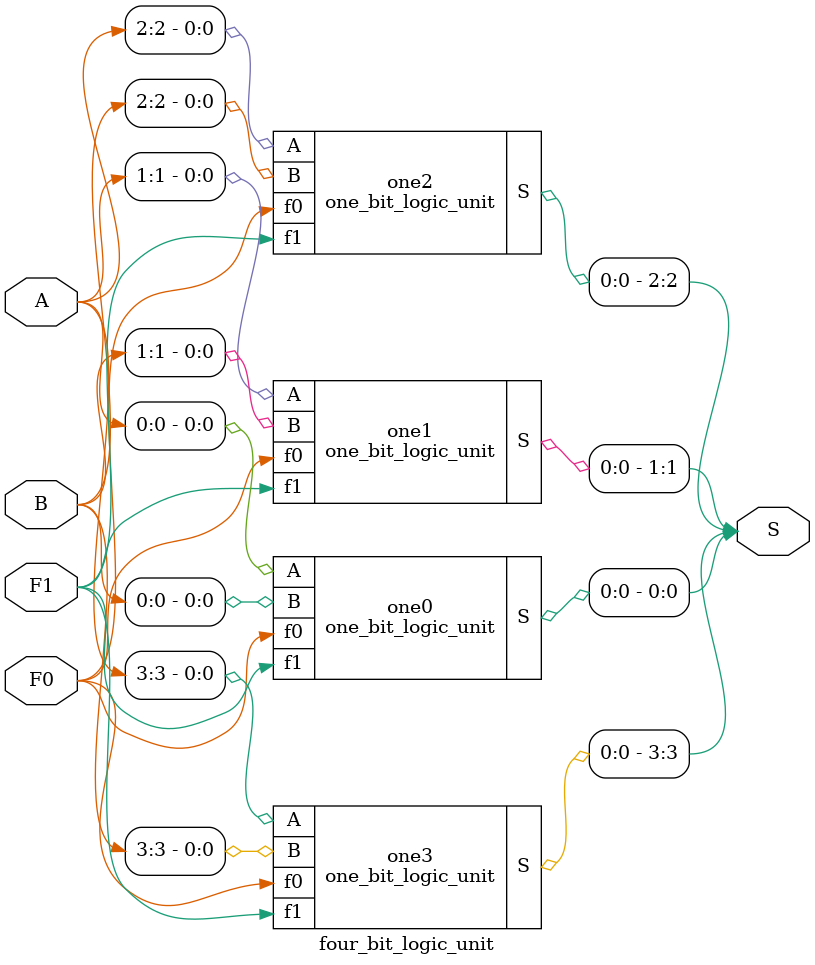
<source format=v>
`timescale 1ns / 1ps


module mux_41(d0,d1,d2,d3,s0,s1,y);
    input d0,d1,d2,d3,s0,s1;
    output y;
    wire s0_b, s1_b, d0_b, d1_b, d2_b, d3_b;
    
    not not_0(s0_b, s0);
    not not_1(s1_b, s1);
    
    and and_0(d0_b, s0_b, s1_b, d0);
    and and_1(d1_b, s0,   s1_b, d1);
    and and_2(d2_b, s0_b, s1,   d2);
    and and_3(d3_b, s0,   s1,   d3);
    
    or or_0(y, d0_b, d1_b, d2_b, d3_b);
endmodule

module one_bit_logic_unit(A, B, f1, f0, S);
    input A, B, f0, f1;
    output S;
    wire [3:0]w;
    and and0(w[0], A, B);
    or or0(w[1], A, B);
    xor xor0(w[2], A, B);
    not not0(w[3], A);
    mux_41 mux1(w[0], w[1], w[2], w[3], f0, f1, S);
endmodule

module four_bit_logic_unit(A, B, F1, F0, S);
    input [3:0]A, B;
    input F0, F1;
    output [3:0]S;
    one_bit_logic_unit one0(A[0], B[0], F1, F0, S[0]);
    one_bit_logic_unit one1(A[1], B[1], F1, F0, S[1]);
    one_bit_logic_unit one2(A[2], B[2], F1, F0, S[2]);
    one_bit_logic_unit one3(A[3], B[3], F1, F0, S[3]);
endmodule
</source>
